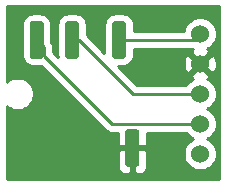
<source format=gbr>
G04 #@! TF.GenerationSoftware,KiCad,Pcbnew,(5.1.5)-3*
G04 #@! TF.CreationDate,2020-12-21T12:39:58+01:00*
G04 #@! TF.ProjectId,epimetheus_tsl2561,6570696d-6574-4686-9575-735f74736c32,rev?*
G04 #@! TF.SameCoordinates,Original*
G04 #@! TF.FileFunction,Copper,L1,Top*
G04 #@! TF.FilePolarity,Positive*
%FSLAX46Y46*%
G04 Gerber Fmt 4.6, Leading zero omitted, Abs format (unit mm)*
G04 Created by KiCad (PCBNEW (5.1.5)-3) date 2020-12-21 12:39:58*
%MOMM*%
%LPD*%
G04 APERTURE LIST*
%ADD10C,1.524000*%
%ADD11C,0.100000*%
%ADD12C,0.250000*%
%ADD13C,0.254000*%
G04 APERTURE END LIST*
D10*
X178816000Y-25908000D03*
X178816000Y-28448000D03*
X178816000Y-30988000D03*
X178816000Y-33528000D03*
X178816000Y-36068000D03*
G04 #@! TA.AperFunction,SMDPad,CuDef*
D11*
G36*
X165302405Y-24817445D02*
G01*
X165331527Y-24821764D01*
X165360085Y-24828918D01*
X165387805Y-24838836D01*
X165414419Y-24851424D01*
X165439671Y-24866559D01*
X165463318Y-24884097D01*
X165485132Y-24903868D01*
X165504903Y-24925682D01*
X165522441Y-24949329D01*
X165537576Y-24974581D01*
X165550164Y-25001195D01*
X165560082Y-25028915D01*
X165567236Y-25057473D01*
X165571555Y-25086595D01*
X165573000Y-25116000D01*
X165573000Y-27716000D01*
X165571555Y-27745405D01*
X165567236Y-27774527D01*
X165560082Y-27803085D01*
X165550164Y-27830805D01*
X165537576Y-27857419D01*
X165522441Y-27882671D01*
X165504903Y-27906318D01*
X165485132Y-27928132D01*
X165463318Y-27947903D01*
X165439671Y-27965441D01*
X165414419Y-27980576D01*
X165387805Y-27993164D01*
X165360085Y-28003082D01*
X165331527Y-28010236D01*
X165302405Y-28014555D01*
X165273000Y-28016000D01*
X164673000Y-28016000D01*
X164643595Y-28014555D01*
X164614473Y-28010236D01*
X164585915Y-28003082D01*
X164558195Y-27993164D01*
X164531581Y-27980576D01*
X164506329Y-27965441D01*
X164482682Y-27947903D01*
X164460868Y-27928132D01*
X164441097Y-27906318D01*
X164423559Y-27882671D01*
X164408424Y-27857419D01*
X164395836Y-27830805D01*
X164385918Y-27803085D01*
X164378764Y-27774527D01*
X164374445Y-27745405D01*
X164373000Y-27716000D01*
X164373000Y-25116000D01*
X164374445Y-25086595D01*
X164378764Y-25057473D01*
X164385918Y-25028915D01*
X164395836Y-25001195D01*
X164408424Y-24974581D01*
X164423559Y-24949329D01*
X164441097Y-24925682D01*
X164460868Y-24903868D01*
X164482682Y-24884097D01*
X164506329Y-24866559D01*
X164531581Y-24851424D01*
X164558195Y-24838836D01*
X164585915Y-24828918D01*
X164614473Y-24821764D01*
X164643595Y-24817445D01*
X164673000Y-24816000D01*
X165273000Y-24816000D01*
X165302405Y-24817445D01*
G37*
G04 #@! TD.AperFunction*
G04 #@! TA.AperFunction,SMDPad,CuDef*
G36*
X168302405Y-24817445D02*
G01*
X168331527Y-24821764D01*
X168360085Y-24828918D01*
X168387805Y-24838836D01*
X168414419Y-24851424D01*
X168439671Y-24866559D01*
X168463318Y-24884097D01*
X168485132Y-24903868D01*
X168504903Y-24925682D01*
X168522441Y-24949329D01*
X168537576Y-24974581D01*
X168550164Y-25001195D01*
X168560082Y-25028915D01*
X168567236Y-25057473D01*
X168571555Y-25086595D01*
X168573000Y-25116000D01*
X168573000Y-27716000D01*
X168571555Y-27745405D01*
X168567236Y-27774527D01*
X168560082Y-27803085D01*
X168550164Y-27830805D01*
X168537576Y-27857419D01*
X168522441Y-27882671D01*
X168504903Y-27906318D01*
X168485132Y-27928132D01*
X168463318Y-27947903D01*
X168439671Y-27965441D01*
X168414419Y-27980576D01*
X168387805Y-27993164D01*
X168360085Y-28003082D01*
X168331527Y-28010236D01*
X168302405Y-28014555D01*
X168273000Y-28016000D01*
X167673000Y-28016000D01*
X167643595Y-28014555D01*
X167614473Y-28010236D01*
X167585915Y-28003082D01*
X167558195Y-27993164D01*
X167531581Y-27980576D01*
X167506329Y-27965441D01*
X167482682Y-27947903D01*
X167460868Y-27928132D01*
X167441097Y-27906318D01*
X167423559Y-27882671D01*
X167408424Y-27857419D01*
X167395836Y-27830805D01*
X167385918Y-27803085D01*
X167378764Y-27774527D01*
X167374445Y-27745405D01*
X167373000Y-27716000D01*
X167373000Y-25116000D01*
X167374445Y-25086595D01*
X167378764Y-25057473D01*
X167385918Y-25028915D01*
X167395836Y-25001195D01*
X167408424Y-24974581D01*
X167423559Y-24949329D01*
X167441097Y-24925682D01*
X167460868Y-24903868D01*
X167482682Y-24884097D01*
X167506329Y-24866559D01*
X167531581Y-24851424D01*
X167558195Y-24838836D01*
X167585915Y-24828918D01*
X167614473Y-24821764D01*
X167643595Y-24817445D01*
X167673000Y-24816000D01*
X168273000Y-24816000D01*
X168302405Y-24817445D01*
G37*
G04 #@! TD.AperFunction*
G04 #@! TA.AperFunction,SMDPad,CuDef*
G36*
X172287405Y-24817445D02*
G01*
X172316527Y-24821764D01*
X172345085Y-24828918D01*
X172372805Y-24838836D01*
X172399419Y-24851424D01*
X172424671Y-24866559D01*
X172448318Y-24884097D01*
X172470132Y-24903868D01*
X172489903Y-24925682D01*
X172507441Y-24949329D01*
X172522576Y-24974581D01*
X172535164Y-25001195D01*
X172545082Y-25028915D01*
X172552236Y-25057473D01*
X172556555Y-25086595D01*
X172558000Y-25116000D01*
X172558000Y-27716000D01*
X172556555Y-27745405D01*
X172552236Y-27774527D01*
X172545082Y-27803085D01*
X172535164Y-27830805D01*
X172522576Y-27857419D01*
X172507441Y-27882671D01*
X172489903Y-27906318D01*
X172470132Y-27928132D01*
X172448318Y-27947903D01*
X172424671Y-27965441D01*
X172399419Y-27980576D01*
X172372805Y-27993164D01*
X172345085Y-28003082D01*
X172316527Y-28010236D01*
X172287405Y-28014555D01*
X172258000Y-28016000D01*
X171658000Y-28016000D01*
X171628595Y-28014555D01*
X171599473Y-28010236D01*
X171570915Y-28003082D01*
X171543195Y-27993164D01*
X171516581Y-27980576D01*
X171491329Y-27965441D01*
X171467682Y-27947903D01*
X171445868Y-27928132D01*
X171426097Y-27906318D01*
X171408559Y-27882671D01*
X171393424Y-27857419D01*
X171380836Y-27830805D01*
X171370918Y-27803085D01*
X171363764Y-27774527D01*
X171359445Y-27745405D01*
X171358000Y-27716000D01*
X171358000Y-25116000D01*
X171359445Y-25086595D01*
X171363764Y-25057473D01*
X171370918Y-25028915D01*
X171380836Y-25001195D01*
X171393424Y-24974581D01*
X171408559Y-24949329D01*
X171426097Y-24925682D01*
X171445868Y-24903868D01*
X171467682Y-24884097D01*
X171491329Y-24866559D01*
X171516581Y-24851424D01*
X171543195Y-24838836D01*
X171570915Y-24828918D01*
X171599473Y-24821764D01*
X171628595Y-24817445D01*
X171658000Y-24816000D01*
X172258000Y-24816000D01*
X172287405Y-24817445D01*
G37*
G04 #@! TD.AperFunction*
G04 #@! TA.AperFunction,SMDPad,CuDef*
G36*
X173402405Y-33961445D02*
G01*
X173431527Y-33965764D01*
X173460085Y-33972918D01*
X173487805Y-33982836D01*
X173514419Y-33995424D01*
X173539671Y-34010559D01*
X173563318Y-34028097D01*
X173585132Y-34047868D01*
X173604903Y-34069682D01*
X173622441Y-34093329D01*
X173637576Y-34118581D01*
X173650164Y-34145195D01*
X173660082Y-34172915D01*
X173667236Y-34201473D01*
X173671555Y-34230595D01*
X173673000Y-34260000D01*
X173673000Y-36860000D01*
X173671555Y-36889405D01*
X173667236Y-36918527D01*
X173660082Y-36947085D01*
X173650164Y-36974805D01*
X173637576Y-37001419D01*
X173622441Y-37026671D01*
X173604903Y-37050318D01*
X173585132Y-37072132D01*
X173563318Y-37091903D01*
X173539671Y-37109441D01*
X173514419Y-37124576D01*
X173487805Y-37137164D01*
X173460085Y-37147082D01*
X173431527Y-37154236D01*
X173402405Y-37158555D01*
X173373000Y-37160000D01*
X172773000Y-37160000D01*
X172743595Y-37158555D01*
X172714473Y-37154236D01*
X172685915Y-37147082D01*
X172658195Y-37137164D01*
X172631581Y-37124576D01*
X172606329Y-37109441D01*
X172582682Y-37091903D01*
X172560868Y-37072132D01*
X172541097Y-37050318D01*
X172523559Y-37026671D01*
X172508424Y-37001419D01*
X172495836Y-36974805D01*
X172485918Y-36947085D01*
X172478764Y-36918527D01*
X172474445Y-36889405D01*
X172473000Y-36860000D01*
X172473000Y-34260000D01*
X172474445Y-34230595D01*
X172478764Y-34201473D01*
X172485918Y-34172915D01*
X172495836Y-34145195D01*
X172508424Y-34118581D01*
X172523559Y-34093329D01*
X172541097Y-34069682D01*
X172560868Y-34047868D01*
X172582682Y-34028097D01*
X172606329Y-34010559D01*
X172631581Y-33995424D01*
X172658195Y-33982836D01*
X172685915Y-33972918D01*
X172714473Y-33965764D01*
X172743595Y-33961445D01*
X172773000Y-33960000D01*
X173373000Y-33960000D01*
X173402405Y-33961445D01*
G37*
G04 #@! TD.AperFunction*
D12*
X171321998Y-33528000D02*
X178816000Y-33528000D01*
X165573000Y-27779002D02*
X171321998Y-33528000D01*
X165573000Y-27016000D02*
X165573000Y-27779002D01*
X164973000Y-26416000D02*
X165573000Y-27016000D01*
X173145000Y-30988000D02*
X178816000Y-30988000D01*
X168573000Y-26416000D02*
X173145000Y-30988000D01*
X167973000Y-26416000D02*
X168573000Y-26416000D01*
X178308000Y-26416000D02*
X178816000Y-25908000D01*
X171958000Y-26416000D02*
X178308000Y-26416000D01*
D13*
G36*
X180442000Y-38202000D02*
G01*
X162458000Y-38202000D01*
X162458000Y-37160000D01*
X171834928Y-37160000D01*
X171847188Y-37284482D01*
X171883498Y-37404180D01*
X171942463Y-37514494D01*
X172021815Y-37611185D01*
X172118506Y-37690537D01*
X172228820Y-37749502D01*
X172348518Y-37785812D01*
X172473000Y-37798072D01*
X172787250Y-37795000D01*
X172946000Y-37636250D01*
X172946000Y-35687000D01*
X173200000Y-35687000D01*
X173200000Y-37636250D01*
X173358750Y-37795000D01*
X173673000Y-37798072D01*
X173797482Y-37785812D01*
X173917180Y-37749502D01*
X174027494Y-37690537D01*
X174124185Y-37611185D01*
X174203537Y-37514494D01*
X174262502Y-37404180D01*
X174298812Y-37284482D01*
X174311072Y-37160000D01*
X174308000Y-35845750D01*
X174149250Y-35687000D01*
X173200000Y-35687000D01*
X172946000Y-35687000D01*
X171996750Y-35687000D01*
X171838000Y-35845750D01*
X171834928Y-37160000D01*
X162458000Y-37160000D01*
X162458000Y-32031685D01*
X162490114Y-32063799D01*
X162716957Y-32215371D01*
X162969011Y-32319775D01*
X163236589Y-32373000D01*
X163509411Y-32373000D01*
X163776989Y-32319775D01*
X164029043Y-32215371D01*
X164255886Y-32063799D01*
X164448799Y-31870886D01*
X164600371Y-31644043D01*
X164704775Y-31391989D01*
X164758000Y-31124411D01*
X164758000Y-30851589D01*
X164704775Y-30584011D01*
X164600371Y-30331957D01*
X164448799Y-30105114D01*
X164255886Y-29912201D01*
X164029043Y-29760629D01*
X163776989Y-29656225D01*
X163509411Y-29603000D01*
X163236589Y-29603000D01*
X162969011Y-29656225D01*
X162716957Y-29760629D01*
X162490114Y-29912201D01*
X162458000Y-29944315D01*
X162458000Y-25116000D01*
X163734928Y-25116000D01*
X163734928Y-27716000D01*
X163752953Y-27899009D01*
X163806334Y-28074985D01*
X163893022Y-28237165D01*
X164009683Y-28379317D01*
X164151835Y-28495978D01*
X164314015Y-28582666D01*
X164489991Y-28636047D01*
X164673000Y-28654072D01*
X165273000Y-28654072D01*
X165364279Y-28645082D01*
X170758199Y-34039003D01*
X170781997Y-34068001D01*
X170810995Y-34091799D01*
X170897721Y-34162974D01*
X171029751Y-34233546D01*
X171173012Y-34277003D01*
X171284665Y-34288000D01*
X171284675Y-34288000D01*
X171321998Y-34291676D01*
X171359321Y-34288000D01*
X171835695Y-34288000D01*
X171838000Y-35274250D01*
X171996750Y-35433000D01*
X172946000Y-35433000D01*
X172946000Y-35413000D01*
X173200000Y-35413000D01*
X173200000Y-35433000D01*
X174149250Y-35433000D01*
X174308000Y-35274250D01*
X174310305Y-34288000D01*
X177643659Y-34288000D01*
X177730880Y-34418535D01*
X177925465Y-34613120D01*
X178154273Y-34766005D01*
X178231515Y-34798000D01*
X178154273Y-34829995D01*
X177925465Y-34982880D01*
X177730880Y-35177465D01*
X177577995Y-35406273D01*
X177472686Y-35660510D01*
X177419000Y-35930408D01*
X177419000Y-36205592D01*
X177472686Y-36475490D01*
X177577995Y-36729727D01*
X177730880Y-36958535D01*
X177925465Y-37153120D01*
X178154273Y-37306005D01*
X178408510Y-37411314D01*
X178678408Y-37465000D01*
X178953592Y-37465000D01*
X179223490Y-37411314D01*
X179477727Y-37306005D01*
X179706535Y-37153120D01*
X179901120Y-36958535D01*
X180054005Y-36729727D01*
X180159314Y-36475490D01*
X180213000Y-36205592D01*
X180213000Y-35930408D01*
X180159314Y-35660510D01*
X180054005Y-35406273D01*
X179901120Y-35177465D01*
X179706535Y-34982880D01*
X179477727Y-34829995D01*
X179400485Y-34798000D01*
X179477727Y-34766005D01*
X179706535Y-34613120D01*
X179901120Y-34418535D01*
X180054005Y-34189727D01*
X180159314Y-33935490D01*
X180213000Y-33665592D01*
X180213000Y-33390408D01*
X180159314Y-33120510D01*
X180054005Y-32866273D01*
X179901120Y-32637465D01*
X179706535Y-32442880D01*
X179477727Y-32289995D01*
X179400485Y-32258000D01*
X179477727Y-32226005D01*
X179706535Y-32073120D01*
X179901120Y-31878535D01*
X180054005Y-31649727D01*
X180159314Y-31395490D01*
X180213000Y-31125592D01*
X180213000Y-30850408D01*
X180159314Y-30580510D01*
X180054005Y-30326273D01*
X179901120Y-30097465D01*
X179706535Y-29902880D01*
X179477727Y-29749995D01*
X179406057Y-29720308D01*
X179419023Y-29715636D01*
X179534980Y-29653656D01*
X179601960Y-29413565D01*
X178816000Y-28627605D01*
X178030040Y-29413565D01*
X178097020Y-29653656D01*
X178232760Y-29717485D01*
X178154273Y-29749995D01*
X177925465Y-29902880D01*
X177730880Y-30097465D01*
X177643659Y-30228000D01*
X173459803Y-30228000D01*
X171885874Y-28654072D01*
X172258000Y-28654072D01*
X172441009Y-28636047D01*
X172616985Y-28582666D01*
X172734191Y-28520017D01*
X177414090Y-28520017D01*
X177455078Y-28792133D01*
X177548364Y-29051023D01*
X177610344Y-29166980D01*
X177850435Y-29233960D01*
X178636395Y-28448000D01*
X178995605Y-28448000D01*
X179781565Y-29233960D01*
X180021656Y-29166980D01*
X180138756Y-28917952D01*
X180205023Y-28650865D01*
X180217910Y-28375983D01*
X180176922Y-28103867D01*
X180083636Y-27844977D01*
X180021656Y-27729020D01*
X179781565Y-27662040D01*
X178995605Y-28448000D01*
X178636395Y-28448000D01*
X177850435Y-27662040D01*
X177610344Y-27729020D01*
X177493244Y-27978048D01*
X177426977Y-28245135D01*
X177414090Y-28520017D01*
X172734191Y-28520017D01*
X172779165Y-28495978D01*
X172921317Y-28379317D01*
X173037978Y-28237165D01*
X173124666Y-28074985D01*
X173178047Y-27899009D01*
X173196072Y-27716000D01*
X173196072Y-27176000D01*
X178225088Y-27176000D01*
X178212977Y-27180364D01*
X178097020Y-27242344D01*
X178030040Y-27482435D01*
X178816000Y-28268395D01*
X179601960Y-27482435D01*
X179534980Y-27242344D01*
X179399240Y-27178515D01*
X179477727Y-27146005D01*
X179706535Y-26993120D01*
X179901120Y-26798535D01*
X180054005Y-26569727D01*
X180159314Y-26315490D01*
X180213000Y-26045592D01*
X180213000Y-25770408D01*
X180159314Y-25500510D01*
X180054005Y-25246273D01*
X179901120Y-25017465D01*
X179706535Y-24822880D01*
X179477727Y-24669995D01*
X179223490Y-24564686D01*
X178953592Y-24511000D01*
X178678408Y-24511000D01*
X178408510Y-24564686D01*
X178154273Y-24669995D01*
X177925465Y-24822880D01*
X177730880Y-25017465D01*
X177577995Y-25246273D01*
X177472686Y-25500510D01*
X177441757Y-25656000D01*
X173196072Y-25656000D01*
X173196072Y-25116000D01*
X173178047Y-24932991D01*
X173124666Y-24757015D01*
X173037978Y-24594835D01*
X172921317Y-24452683D01*
X172779165Y-24336022D01*
X172616985Y-24249334D01*
X172441009Y-24195953D01*
X172258000Y-24177928D01*
X171658000Y-24177928D01*
X171474991Y-24195953D01*
X171299015Y-24249334D01*
X171136835Y-24336022D01*
X170994683Y-24452683D01*
X170878022Y-24594835D01*
X170791334Y-24757015D01*
X170737953Y-24932991D01*
X170719928Y-25116000D01*
X170719928Y-27488126D01*
X169211072Y-25979271D01*
X169211072Y-25116000D01*
X169193047Y-24932991D01*
X169139666Y-24757015D01*
X169052978Y-24594835D01*
X168936317Y-24452683D01*
X168794165Y-24336022D01*
X168631985Y-24249334D01*
X168456009Y-24195953D01*
X168273000Y-24177928D01*
X167673000Y-24177928D01*
X167489991Y-24195953D01*
X167314015Y-24249334D01*
X167151835Y-24336022D01*
X167009683Y-24452683D01*
X166893022Y-24594835D01*
X166806334Y-24757015D01*
X166752953Y-24932991D01*
X166734928Y-25116000D01*
X166734928Y-27716000D01*
X166751330Y-27882531D01*
X166333000Y-27464201D01*
X166333000Y-27053322D01*
X166336676Y-27015999D01*
X166333000Y-26978676D01*
X166333000Y-26978667D01*
X166322003Y-26867014D01*
X166278546Y-26723753D01*
X166211072Y-26597520D01*
X166211072Y-25116000D01*
X166193047Y-24932991D01*
X166139666Y-24757015D01*
X166052978Y-24594835D01*
X165936317Y-24452683D01*
X165794165Y-24336022D01*
X165631985Y-24249334D01*
X165456009Y-24195953D01*
X165273000Y-24177928D01*
X164673000Y-24177928D01*
X164489991Y-24195953D01*
X164314015Y-24249334D01*
X164151835Y-24336022D01*
X164009683Y-24452683D01*
X163893022Y-24594835D01*
X163806334Y-24757015D01*
X163752953Y-24932991D01*
X163734928Y-25116000D01*
X162458000Y-25116000D01*
X162458000Y-23520000D01*
X180442001Y-23520000D01*
X180442000Y-38202000D01*
G37*
X180442000Y-38202000D02*
X162458000Y-38202000D01*
X162458000Y-37160000D01*
X171834928Y-37160000D01*
X171847188Y-37284482D01*
X171883498Y-37404180D01*
X171942463Y-37514494D01*
X172021815Y-37611185D01*
X172118506Y-37690537D01*
X172228820Y-37749502D01*
X172348518Y-37785812D01*
X172473000Y-37798072D01*
X172787250Y-37795000D01*
X172946000Y-37636250D01*
X172946000Y-35687000D01*
X173200000Y-35687000D01*
X173200000Y-37636250D01*
X173358750Y-37795000D01*
X173673000Y-37798072D01*
X173797482Y-37785812D01*
X173917180Y-37749502D01*
X174027494Y-37690537D01*
X174124185Y-37611185D01*
X174203537Y-37514494D01*
X174262502Y-37404180D01*
X174298812Y-37284482D01*
X174311072Y-37160000D01*
X174308000Y-35845750D01*
X174149250Y-35687000D01*
X173200000Y-35687000D01*
X172946000Y-35687000D01*
X171996750Y-35687000D01*
X171838000Y-35845750D01*
X171834928Y-37160000D01*
X162458000Y-37160000D01*
X162458000Y-32031685D01*
X162490114Y-32063799D01*
X162716957Y-32215371D01*
X162969011Y-32319775D01*
X163236589Y-32373000D01*
X163509411Y-32373000D01*
X163776989Y-32319775D01*
X164029043Y-32215371D01*
X164255886Y-32063799D01*
X164448799Y-31870886D01*
X164600371Y-31644043D01*
X164704775Y-31391989D01*
X164758000Y-31124411D01*
X164758000Y-30851589D01*
X164704775Y-30584011D01*
X164600371Y-30331957D01*
X164448799Y-30105114D01*
X164255886Y-29912201D01*
X164029043Y-29760629D01*
X163776989Y-29656225D01*
X163509411Y-29603000D01*
X163236589Y-29603000D01*
X162969011Y-29656225D01*
X162716957Y-29760629D01*
X162490114Y-29912201D01*
X162458000Y-29944315D01*
X162458000Y-25116000D01*
X163734928Y-25116000D01*
X163734928Y-27716000D01*
X163752953Y-27899009D01*
X163806334Y-28074985D01*
X163893022Y-28237165D01*
X164009683Y-28379317D01*
X164151835Y-28495978D01*
X164314015Y-28582666D01*
X164489991Y-28636047D01*
X164673000Y-28654072D01*
X165273000Y-28654072D01*
X165364279Y-28645082D01*
X170758199Y-34039003D01*
X170781997Y-34068001D01*
X170810995Y-34091799D01*
X170897721Y-34162974D01*
X171029751Y-34233546D01*
X171173012Y-34277003D01*
X171284665Y-34288000D01*
X171284675Y-34288000D01*
X171321998Y-34291676D01*
X171359321Y-34288000D01*
X171835695Y-34288000D01*
X171838000Y-35274250D01*
X171996750Y-35433000D01*
X172946000Y-35433000D01*
X172946000Y-35413000D01*
X173200000Y-35413000D01*
X173200000Y-35433000D01*
X174149250Y-35433000D01*
X174308000Y-35274250D01*
X174310305Y-34288000D01*
X177643659Y-34288000D01*
X177730880Y-34418535D01*
X177925465Y-34613120D01*
X178154273Y-34766005D01*
X178231515Y-34798000D01*
X178154273Y-34829995D01*
X177925465Y-34982880D01*
X177730880Y-35177465D01*
X177577995Y-35406273D01*
X177472686Y-35660510D01*
X177419000Y-35930408D01*
X177419000Y-36205592D01*
X177472686Y-36475490D01*
X177577995Y-36729727D01*
X177730880Y-36958535D01*
X177925465Y-37153120D01*
X178154273Y-37306005D01*
X178408510Y-37411314D01*
X178678408Y-37465000D01*
X178953592Y-37465000D01*
X179223490Y-37411314D01*
X179477727Y-37306005D01*
X179706535Y-37153120D01*
X179901120Y-36958535D01*
X180054005Y-36729727D01*
X180159314Y-36475490D01*
X180213000Y-36205592D01*
X180213000Y-35930408D01*
X180159314Y-35660510D01*
X180054005Y-35406273D01*
X179901120Y-35177465D01*
X179706535Y-34982880D01*
X179477727Y-34829995D01*
X179400485Y-34798000D01*
X179477727Y-34766005D01*
X179706535Y-34613120D01*
X179901120Y-34418535D01*
X180054005Y-34189727D01*
X180159314Y-33935490D01*
X180213000Y-33665592D01*
X180213000Y-33390408D01*
X180159314Y-33120510D01*
X180054005Y-32866273D01*
X179901120Y-32637465D01*
X179706535Y-32442880D01*
X179477727Y-32289995D01*
X179400485Y-32258000D01*
X179477727Y-32226005D01*
X179706535Y-32073120D01*
X179901120Y-31878535D01*
X180054005Y-31649727D01*
X180159314Y-31395490D01*
X180213000Y-31125592D01*
X180213000Y-30850408D01*
X180159314Y-30580510D01*
X180054005Y-30326273D01*
X179901120Y-30097465D01*
X179706535Y-29902880D01*
X179477727Y-29749995D01*
X179406057Y-29720308D01*
X179419023Y-29715636D01*
X179534980Y-29653656D01*
X179601960Y-29413565D01*
X178816000Y-28627605D01*
X178030040Y-29413565D01*
X178097020Y-29653656D01*
X178232760Y-29717485D01*
X178154273Y-29749995D01*
X177925465Y-29902880D01*
X177730880Y-30097465D01*
X177643659Y-30228000D01*
X173459803Y-30228000D01*
X171885874Y-28654072D01*
X172258000Y-28654072D01*
X172441009Y-28636047D01*
X172616985Y-28582666D01*
X172734191Y-28520017D01*
X177414090Y-28520017D01*
X177455078Y-28792133D01*
X177548364Y-29051023D01*
X177610344Y-29166980D01*
X177850435Y-29233960D01*
X178636395Y-28448000D01*
X178995605Y-28448000D01*
X179781565Y-29233960D01*
X180021656Y-29166980D01*
X180138756Y-28917952D01*
X180205023Y-28650865D01*
X180217910Y-28375983D01*
X180176922Y-28103867D01*
X180083636Y-27844977D01*
X180021656Y-27729020D01*
X179781565Y-27662040D01*
X178995605Y-28448000D01*
X178636395Y-28448000D01*
X177850435Y-27662040D01*
X177610344Y-27729020D01*
X177493244Y-27978048D01*
X177426977Y-28245135D01*
X177414090Y-28520017D01*
X172734191Y-28520017D01*
X172779165Y-28495978D01*
X172921317Y-28379317D01*
X173037978Y-28237165D01*
X173124666Y-28074985D01*
X173178047Y-27899009D01*
X173196072Y-27716000D01*
X173196072Y-27176000D01*
X178225088Y-27176000D01*
X178212977Y-27180364D01*
X178097020Y-27242344D01*
X178030040Y-27482435D01*
X178816000Y-28268395D01*
X179601960Y-27482435D01*
X179534980Y-27242344D01*
X179399240Y-27178515D01*
X179477727Y-27146005D01*
X179706535Y-26993120D01*
X179901120Y-26798535D01*
X180054005Y-26569727D01*
X180159314Y-26315490D01*
X180213000Y-26045592D01*
X180213000Y-25770408D01*
X180159314Y-25500510D01*
X180054005Y-25246273D01*
X179901120Y-25017465D01*
X179706535Y-24822880D01*
X179477727Y-24669995D01*
X179223490Y-24564686D01*
X178953592Y-24511000D01*
X178678408Y-24511000D01*
X178408510Y-24564686D01*
X178154273Y-24669995D01*
X177925465Y-24822880D01*
X177730880Y-25017465D01*
X177577995Y-25246273D01*
X177472686Y-25500510D01*
X177441757Y-25656000D01*
X173196072Y-25656000D01*
X173196072Y-25116000D01*
X173178047Y-24932991D01*
X173124666Y-24757015D01*
X173037978Y-24594835D01*
X172921317Y-24452683D01*
X172779165Y-24336022D01*
X172616985Y-24249334D01*
X172441009Y-24195953D01*
X172258000Y-24177928D01*
X171658000Y-24177928D01*
X171474991Y-24195953D01*
X171299015Y-24249334D01*
X171136835Y-24336022D01*
X170994683Y-24452683D01*
X170878022Y-24594835D01*
X170791334Y-24757015D01*
X170737953Y-24932991D01*
X170719928Y-25116000D01*
X170719928Y-27488126D01*
X169211072Y-25979271D01*
X169211072Y-25116000D01*
X169193047Y-24932991D01*
X169139666Y-24757015D01*
X169052978Y-24594835D01*
X168936317Y-24452683D01*
X168794165Y-24336022D01*
X168631985Y-24249334D01*
X168456009Y-24195953D01*
X168273000Y-24177928D01*
X167673000Y-24177928D01*
X167489991Y-24195953D01*
X167314015Y-24249334D01*
X167151835Y-24336022D01*
X167009683Y-24452683D01*
X166893022Y-24594835D01*
X166806334Y-24757015D01*
X166752953Y-24932991D01*
X166734928Y-25116000D01*
X166734928Y-27716000D01*
X166751330Y-27882531D01*
X166333000Y-27464201D01*
X166333000Y-27053322D01*
X166336676Y-27015999D01*
X166333000Y-26978676D01*
X166333000Y-26978667D01*
X166322003Y-26867014D01*
X166278546Y-26723753D01*
X166211072Y-26597520D01*
X166211072Y-25116000D01*
X166193047Y-24932991D01*
X166139666Y-24757015D01*
X166052978Y-24594835D01*
X165936317Y-24452683D01*
X165794165Y-24336022D01*
X165631985Y-24249334D01*
X165456009Y-24195953D01*
X165273000Y-24177928D01*
X164673000Y-24177928D01*
X164489991Y-24195953D01*
X164314015Y-24249334D01*
X164151835Y-24336022D01*
X164009683Y-24452683D01*
X163893022Y-24594835D01*
X163806334Y-24757015D01*
X163752953Y-24932991D01*
X163734928Y-25116000D01*
X162458000Y-25116000D01*
X162458000Y-23520000D01*
X180442001Y-23520000D01*
X180442000Y-38202000D01*
M02*

</source>
